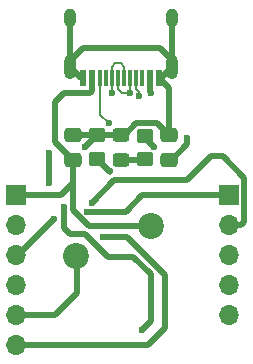
<source format=gbr>
%TF.GenerationSoftware,KiCad,Pcbnew,(6.0.4)*%
%TF.CreationDate,2022-05-01T14:08:42+08:00*%
%TF.ProjectId,OneKey,4f6e654b-6579-42e6-9b69-6361645f7063,rev?*%
%TF.SameCoordinates,Original*%
%TF.FileFunction,Copper,L1,Top*%
%TF.FilePolarity,Positive*%
%FSLAX46Y46*%
G04 Gerber Fmt 4.6, Leading zero omitted, Abs format (unit mm)*
G04 Created by KiCad (PCBNEW (6.0.4)) date 2022-05-01 14:08:42*
%MOMM*%
%LPD*%
G01*
G04 APERTURE LIST*
G04 Aperture macros list*
%AMRoundRect*
0 Rectangle with rounded corners*
0 $1 Rounding radius*
0 $2 $3 $4 $5 $6 $7 $8 $9 X,Y pos of 4 corners*
0 Add a 4 corners polygon primitive as box body*
4,1,4,$2,$3,$4,$5,$6,$7,$8,$9,$2,$3,0*
0 Add four circle primitives for the rounded corners*
1,1,$1+$1,$2,$3*
1,1,$1+$1,$4,$5*
1,1,$1+$1,$6,$7*
1,1,$1+$1,$8,$9*
0 Add four rect primitives between the rounded corners*
20,1,$1+$1,$2,$3,$4,$5,0*
20,1,$1+$1,$4,$5,$6,$7,0*
20,1,$1+$1,$6,$7,$8,$9,0*
20,1,$1+$1,$8,$9,$2,$3,0*%
G04 Aperture macros list end*
%TA.AperFunction,SMDPad,CuDef*%
%ADD10RoundRect,0.250000X-0.475000X0.337500X-0.475000X-0.337500X0.475000X-0.337500X0.475000X0.337500X0*%
%TD*%
%TA.AperFunction,ComponentPad*%
%ADD11C,2.200000*%
%TD*%
%TA.AperFunction,ComponentPad*%
%ADD12R,1.700000X1.700000*%
%TD*%
%TA.AperFunction,ComponentPad*%
%ADD13O,1.700000X1.700000*%
%TD*%
%TA.AperFunction,SMDPad,CuDef*%
%ADD14RoundRect,0.250000X0.450000X-0.350000X0.450000X0.350000X-0.450000X0.350000X-0.450000X-0.350000X0*%
%TD*%
%TA.AperFunction,SMDPad,CuDef*%
%ADD15RoundRect,0.250000X-0.450000X0.325000X-0.450000X-0.325000X0.450000X-0.325000X0.450000X0.325000X0*%
%TD*%
%TA.AperFunction,SMDPad,CuDef*%
%ADD16RoundRect,0.250000X-0.450000X0.350000X-0.450000X-0.350000X0.450000X-0.350000X0.450000X0.350000X0*%
%TD*%
%TA.AperFunction,SMDPad,CuDef*%
%ADD17R,0.600000X1.450000*%
%TD*%
%TA.AperFunction,SMDPad,CuDef*%
%ADD18R,0.300000X1.450000*%
%TD*%
%TA.AperFunction,ComponentPad*%
%ADD19O,1.000000X1.600000*%
%TD*%
%TA.AperFunction,ComponentPad*%
%ADD20O,1.000000X2.100000*%
%TD*%
%TA.AperFunction,ViaPad*%
%ADD21C,0.600000*%
%TD*%
%TA.AperFunction,Conductor*%
%ADD22C,0.500000*%
%TD*%
%TA.AperFunction,Conductor*%
%ADD23C,0.200000*%
%TD*%
G04 APERTURE END LIST*
D10*
%TO.P,0.1u,1*%
%TO.N,GND*%
X153416000Y-87884000D03*
%TO.P,0.1u,2*%
%TO.N,Net-(C1-Pad2)*%
X153416000Y-89959000D03*
%TD*%
D11*
%TO.P,SW1,1,1*%
%TO.N,VBUS*%
X151892000Y-95583000D03*
%TO.P,SW1,2,2*%
%TO.N,P1.6*%
X145542000Y-98123000D03*
%TD*%
D12*
%TO.P,J3,1,Pin_1*%
%TO.N,P3.0*%
X158496000Y-92964000D03*
D13*
%TO.P,J3,2,Pin_2*%
%TO.N,P3.1*%
X158496000Y-95504000D03*
%TO.P,J3,3,Pin_3*%
%TO.N,P3.2*%
X158496000Y-98044000D03*
%TO.P,J3,4,Pin_4*%
%TO.N,P3.3*%
X158496000Y-100584000D03*
%TO.P,J3,5,Pin_5*%
%TO.N,P3.4*%
X158496000Y-103124000D03*
%TD*%
D14*
%TO.P,1.5K,1*%
%TO.N,Net-(D1-Pad2)*%
X151384000Y-89921500D03*
%TO.P,1.5K,2*%
%TO.N,P3.2*%
X151384000Y-87921500D03*
%TD*%
D10*
%TO.P,0.1u,1*%
%TO.N,GND*%
X145288000Y-87862500D03*
%TO.P,0.1u,2*%
%TO.N,VBUS*%
X145288000Y-89937500D03*
%TD*%
D15*
%TO.P,D1,1,K*%
%TO.N,GND*%
X149352000Y-87896500D03*
%TO.P,D1,2,A*%
%TO.N,Net-(D1-Pad2)*%
X149352000Y-89946500D03*
%TD*%
D12*
%TO.P,J2,1,Pin_1*%
%TO.N,VBUS*%
X140462000Y-92964000D03*
D13*
%TO.P,J2,2,Pin_2*%
%TO.N,GND*%
X140462000Y-95504000D03*
%TO.P,J2,3,Pin_3*%
%TO.N,RST*%
X140462000Y-98044000D03*
%TO.P,J2,4,Pin_4*%
%TO.N,P1.1*%
X140462000Y-100584000D03*
%TO.P,J2,5,Pin_5*%
%TO.N,P1.6*%
X140462000Y-103124000D03*
%TO.P,J2,6,Pin_6*%
%TO.N,P1.7*%
X140462000Y-105664000D03*
%TD*%
D16*
%TO.P,10K,1*%
%TO.N,GND*%
X147320000Y-87900000D03*
%TO.P,10K,2*%
%TO.N,P1.6*%
X147320000Y-89900000D03*
%TD*%
D17*
%TO.P,J1,A1,GND*%
%TO.N,GND*%
X152602000Y-83039000D03*
%TO.P,J1,A4,VBUS*%
%TO.N,VBUS*%
X151802000Y-83039000D03*
D18*
%TO.P,J1,A5,CC1*%
%TO.N,UCC1*%
X150602000Y-83039000D03*
%TO.P,J1,A6,D+*%
%TO.N,D+*%
X149602000Y-83039000D03*
%TO.P,J1,A7,D-*%
%TO.N,D-*%
X149102000Y-83039000D03*
%TO.P,J1,A8,SBU1*%
%TO.N,unconnected-(J1-PadA8)*%
X148102000Y-83039000D03*
D17*
%TO.P,J1,A9,VBUS*%
%TO.N,VBUS*%
X146902000Y-83039000D03*
%TO.P,J1,A12,GND*%
%TO.N,GND*%
X146102000Y-83039000D03*
%TO.P,J1,B1,GND*%
X146102000Y-83039000D03*
%TO.P,J1,B4,VBUS*%
%TO.N,VBUS*%
X146902000Y-83039000D03*
D18*
%TO.P,J1,B5,CC2*%
%TO.N,UCC2*%
X147602000Y-83039000D03*
%TO.P,J1,B6,D+*%
%TO.N,D+*%
X148602000Y-83039000D03*
%TO.P,J1,B7,D-*%
%TO.N,D-*%
X150102000Y-83039000D03*
%TO.P,J1,B8,SBU2*%
%TO.N,unconnected-(J1-PadB8)*%
X151102000Y-83039000D03*
D17*
%TO.P,J1,B9,VBUS*%
%TO.N,VBUS*%
X151802000Y-83039000D03*
%TO.P,J1,B12,GND*%
%TO.N,GND*%
X152602000Y-83039000D03*
D19*
%TO.P,J1,S1,SHIELD*%
X145032000Y-77944000D03*
D20*
X153672000Y-82124000D03*
D19*
X153672000Y-77944000D03*
D20*
X145032000Y-82124000D03*
%TD*%
D21*
%TO.N,GND*%
X146304000Y-88900000D03*
X151641980Y-86822000D03*
%TO.N,Net-(C1-Pad2)*%
X154940000Y-88138000D03*
%TO.N,VBUS*%
X151892000Y-84328000D03*
X145796000Y-84328000D03*
%TO.N,UCC1*%
X150876000Y-84582000D03*
%TO.N,D+*%
X148590000Y-84328000D03*
%TO.N,D-*%
X150114000Y-84328000D03*
%TO.N,UCC2*%
X148336000Y-86868000D03*
%TO.N,RST*%
X143671979Y-94996000D03*
%TO.N,P1.6*%
X148391020Y-90944500D03*
%TO.N,P1.7*%
X147828000Y-96520000D03*
%TO.N,P3.0*%
X146452977Y-94339023D03*
%TO.N,P3.1*%
X146855962Y-93589523D03*
%TO.N,P3.2*%
X152149816Y-88891786D03*
%TO.N,P3.3*%
X143256000Y-89408000D03*
X143256000Y-91948000D03*
%TO.N,P3.4*%
X144526000Y-93980000D03*
X151130000Y-104394000D03*
%TD*%
D22*
%TO.N,GND*%
X150644250Y-86871980D02*
X152403980Y-86871980D01*
X152403980Y-86871980D02*
X153416000Y-87884000D01*
X152654000Y-80518000D02*
X153672000Y-81536000D01*
X153672000Y-81536000D02*
X153672000Y-82124000D01*
X146304000Y-88900000D02*
X146320000Y-88900000D01*
X145032000Y-81574000D02*
X146088000Y-80518000D01*
X152602000Y-83039000D02*
X153416000Y-83853000D01*
X153672000Y-77944000D02*
X153672000Y-82124000D01*
X152757000Y-83039000D02*
X153672000Y-82124000D01*
X146102000Y-83039000D02*
X145947000Y-83039000D01*
X145947000Y-83039000D02*
X145032000Y-82124000D01*
X145288000Y-87862500D02*
X149653730Y-87862500D01*
X152602000Y-83039000D02*
X152757000Y-83039000D01*
X149653730Y-87862500D02*
X150644250Y-86871980D01*
X145032000Y-82124000D02*
X145032000Y-81574000D01*
X146320000Y-88900000D02*
X147320000Y-87900000D01*
X153416000Y-83853000D02*
X153416000Y-87884000D01*
X145032000Y-77944000D02*
X145032000Y-82124000D01*
X146088000Y-80518000D02*
X152654000Y-80518000D01*
%TO.N,Net-(C1-Pad2)*%
X153416000Y-89959000D02*
X153627000Y-89959000D01*
X153627000Y-89959000D02*
X154940000Y-88646000D01*
X154940000Y-88646000D02*
X154940000Y-88138000D01*
%TO.N,VBUS*%
X146637000Y-95583000D02*
X145288000Y-94234000D01*
X144272000Y-92964000D02*
X145288000Y-91948000D01*
X143764000Y-88413500D02*
X143764000Y-85090000D01*
X145288000Y-94234000D02*
X145288000Y-91694000D01*
X145288000Y-89937500D02*
X143764000Y-88413500D01*
X146902000Y-84163022D02*
X146902000Y-83039000D01*
X143764000Y-85090000D02*
X144526000Y-84328000D01*
X151802000Y-84238000D02*
X151802000Y-83039000D01*
X145796000Y-84328000D02*
X146737022Y-84328000D01*
X145288000Y-91694000D02*
X145288000Y-89937500D01*
X146737022Y-84328000D02*
X146902000Y-84163022D01*
X140462000Y-92964000D02*
X144272000Y-92964000D01*
X145288000Y-91948000D02*
X145288000Y-91694000D01*
X150933500Y-95583000D02*
X151892000Y-95583000D01*
X151892000Y-84328000D02*
X151802000Y-84238000D01*
X151892000Y-95583000D02*
X146637000Y-95583000D01*
X144526000Y-84328000D02*
X145796000Y-84328000D01*
%TO.N,Net-(D1-Pad2)*%
X149352000Y-89946500D02*
X151359000Y-89946500D01*
X151359000Y-89946500D02*
X151384000Y-89921500D01*
D23*
%TO.N,UCC1*%
X150876000Y-84238000D02*
X150876000Y-84582000D01*
X150602000Y-83964000D02*
X150876000Y-84238000D01*
X150602000Y-83039000D02*
X150602000Y-83964000D01*
%TO.N,D+*%
X148878978Y-81788000D02*
X149325022Y-81788000D01*
X149325022Y-81788000D02*
X149602000Y-82064978D01*
X148590000Y-83051000D02*
X148602000Y-83039000D01*
X148602000Y-82064978D02*
X148878978Y-81788000D01*
X148590000Y-84328000D02*
X148590000Y-83051000D01*
X148602000Y-83039000D02*
X148602000Y-82064978D01*
X149602000Y-82064978D02*
X149602000Y-83039000D01*
%TO.N,D-*%
X150051511Y-84265511D02*
X150102000Y-84215022D01*
X149102000Y-83992162D02*
X149437838Y-84328000D01*
X149437838Y-84328000D02*
X150114000Y-84328000D01*
X150114000Y-84328000D02*
X150051511Y-84265511D01*
X150102000Y-84215022D02*
X150102000Y-83039000D01*
X149102000Y-83039000D02*
X149102000Y-83992162D01*
%TO.N,UCC2*%
X147602000Y-83039000D02*
X147602000Y-86134000D01*
X147602000Y-86134000D02*
X148336000Y-86868000D01*
D22*
%TO.N,RST*%
X140462000Y-98044000D02*
X140623979Y-98044000D01*
X140623979Y-98044000D02*
X143671979Y-94996000D01*
%TO.N,P1.6*%
X143764000Y-103124000D02*
X140462000Y-103124000D01*
X145542000Y-98123000D02*
X145621521Y-98202521D01*
X145621521Y-98202521D02*
X145621521Y-101266479D01*
X145621521Y-101266479D02*
X143764000Y-103124000D01*
X147320000Y-89900000D02*
X148391020Y-90971020D01*
%TO.N,P1.7*%
X153082479Y-104219521D02*
X151638000Y-105664000D01*
X149860000Y-96520000D02*
X153082479Y-99742479D01*
X147828000Y-96520000D02*
X149860000Y-96520000D01*
X150749000Y-97409000D02*
X152400000Y-99060000D01*
X149098000Y-105664000D02*
X140462000Y-105664000D01*
X151638000Y-105664000D02*
X149098000Y-105664000D01*
X150368000Y-97028000D02*
X150749000Y-97409000D01*
X153082479Y-99742479D02*
X153082479Y-104219521D01*
X149860000Y-96520000D02*
X150749000Y-97409000D01*
X150368000Y-105664000D02*
X149098000Y-105664000D01*
%TO.N,P3.0*%
X158496000Y-92964000D02*
X151130000Y-92964000D01*
X149754977Y-94339023D02*
X151130000Y-92964000D01*
X146452977Y-94339023D02*
X149754977Y-94339023D01*
%TO.N,P3.1*%
X159795511Y-95220489D02*
X159512000Y-95504000D01*
X157988000Y-89662000D02*
X159795511Y-91469511D01*
X159795511Y-91469511D02*
X159795511Y-95220489D01*
X148751485Y-91694000D02*
X154940000Y-91694000D01*
X156972000Y-89662000D02*
X157988000Y-89662000D01*
X146855962Y-93589523D02*
X148751485Y-91694000D01*
X159512000Y-95504000D02*
X158496000Y-95504000D01*
X154940000Y-91694000D02*
X156972000Y-89662000D01*
%TO.N,P3.2*%
X151384000Y-88125970D02*
X152149816Y-88891786D01*
X151384000Y-87921500D02*
X151384000Y-88125970D01*
%TO.N,P3.3*%
X143256000Y-89408000D02*
X143256000Y-91948000D01*
%TO.N,P3.4*%
X151892000Y-103632000D02*
X151130000Y-104394000D01*
X145020635Y-96252635D02*
X146317365Y-96252635D01*
X150387337Y-98163479D02*
X151892000Y-99668142D01*
X144526000Y-93980000D02*
X144526000Y-95758000D01*
X151892000Y-99668142D02*
X151892000Y-103632000D01*
X146317365Y-96252635D02*
X147091511Y-97026781D01*
X144526000Y-95758000D02*
X145020635Y-96252635D01*
X146317365Y-96252635D02*
X148228209Y-98163479D01*
X148228209Y-98163479D02*
X150387337Y-98163479D01*
%TD*%
M02*

</source>
